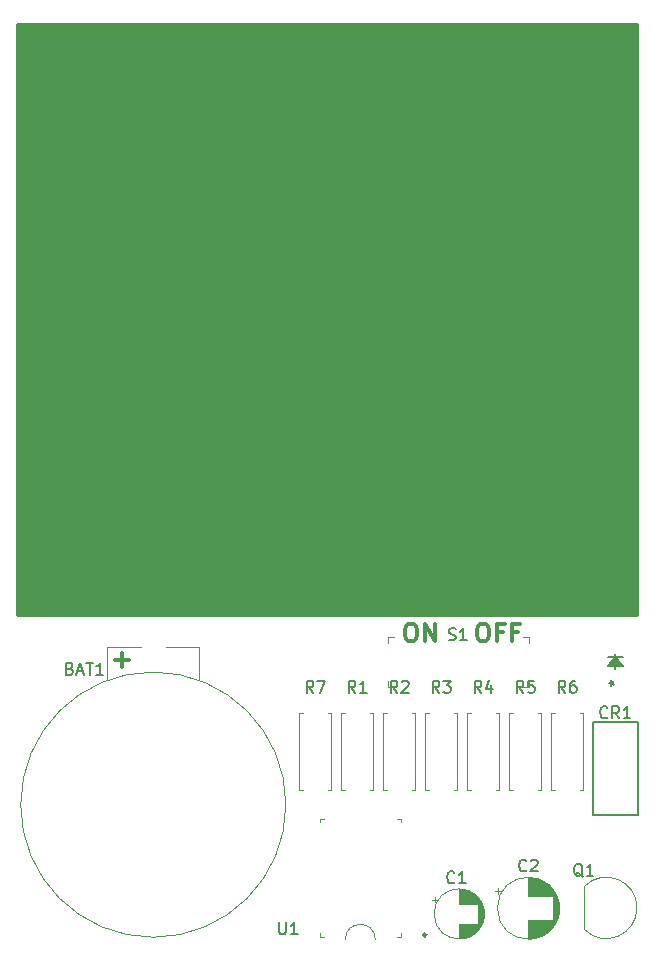
<source format=gbr>
%TF.GenerationSoftware,KiCad,Pcbnew,(5.1.8)-1*%
%TF.CreationDate,2020-11-13T01:10:14+01:00*%
%TF.ProjectId,Emoji_Badge_StuCo,456d6f6a-695f-4426-9164-67655f537475,v01*%
%TF.SameCoordinates,Original*%
%TF.FileFunction,Legend,Top*%
%TF.FilePolarity,Positive*%
%FSLAX46Y46*%
G04 Gerber Fmt 4.6, Leading zero omitted, Abs format (unit mm)*
G04 Created by KiCad (PCBNEW (5.1.8)-1) date 2020-11-13 01:10:14*
%MOMM*%
%LPD*%
G01*
G04 APERTURE LIST*
%ADD10C,0.254000*%
%ADD11C,0.120000*%
%ADD12C,0.300000*%
%ADD13C,0.100000*%
%ADD14C,0.152400*%
%ADD15C,0.150000*%
G04 APERTURE END LIST*
D10*
X162306000Y-125984000D02*
G75*
G03*
X162306000Y-125984000I-127000J0D01*
G01*
D11*
X155448000Y-126365000D02*
G75*
G02*
X157988000Y-126365000I1270000J0D01*
G01*
D12*
X166973428Y-99635571D02*
X167259142Y-99635571D01*
X167402000Y-99707000D01*
X167544857Y-99849857D01*
X167616285Y-100135571D01*
X167616285Y-100635571D01*
X167544857Y-100921285D01*
X167402000Y-101064142D01*
X167259142Y-101135571D01*
X166973428Y-101135571D01*
X166830571Y-101064142D01*
X166687714Y-100921285D01*
X166616285Y-100635571D01*
X166616285Y-100135571D01*
X166687714Y-99849857D01*
X166830571Y-99707000D01*
X166973428Y-99635571D01*
X168759142Y-100349857D02*
X168259142Y-100349857D01*
X168259142Y-101135571D02*
X168259142Y-99635571D01*
X168973428Y-99635571D01*
X170044857Y-100349857D02*
X169544857Y-100349857D01*
X169544857Y-101135571D02*
X169544857Y-99635571D01*
X170259142Y-99635571D01*
X160869428Y-99635571D02*
X161155142Y-99635571D01*
X161298000Y-99707000D01*
X161440857Y-99849857D01*
X161512285Y-100135571D01*
X161512285Y-100635571D01*
X161440857Y-100921285D01*
X161298000Y-101064142D01*
X161155142Y-101135571D01*
X160869428Y-101135571D01*
X160726571Y-101064142D01*
X160583714Y-100921285D01*
X160512285Y-100635571D01*
X160512285Y-100135571D01*
X160583714Y-99849857D01*
X160726571Y-99707000D01*
X160869428Y-99635571D01*
X162155142Y-101135571D02*
X162155142Y-99635571D01*
X163012285Y-101135571D01*
X163012285Y-99635571D01*
X137096428Y-102723142D02*
X135953571Y-102723142D01*
X136525000Y-103294571D02*
X136525000Y-102151714D01*
D11*
%TO.C,D2*%
X148654000Y-72680000D02*
X148810000Y-72680000D01*
X146338000Y-72680000D02*
X146494000Y-72680000D01*
X148653837Y-70078870D02*
G75*
G02*
X148654000Y-72160961I-1079837J-1041130D01*
G01*
X146494163Y-70078870D02*
G75*
G03*
X146494000Y-72160961I1079837J-1041130D01*
G01*
X148652608Y-69447665D02*
G75*
G02*
X148809516Y-72680000I-1078608J-1672335D01*
G01*
X146495392Y-69447665D02*
G75*
G03*
X146338484Y-72680000I1078608J-1672335D01*
G01*
%TO.C,D1*%
X161354000Y-72680000D02*
X161510000Y-72680000D01*
X159038000Y-72680000D02*
X159194000Y-72680000D01*
X161353837Y-70078870D02*
G75*
G02*
X161354000Y-72160961I-1079837J-1041130D01*
G01*
X159194163Y-70078870D02*
G75*
G03*
X159194000Y-72160961I1079837J-1041130D01*
G01*
X161352608Y-69447665D02*
G75*
G02*
X161509516Y-72680000I-1078608J-1672335D01*
G01*
X159195392Y-69447665D02*
G75*
G03*
X159038484Y-72680000I1078608J-1672335D01*
G01*
D13*
%TO.C,BAT1*%
X150418800Y-114960400D02*
G75*
G03*
X150418800Y-114960400I-11226800J0D01*
G01*
X135280400Y-104394000D02*
X135280400Y-101650800D01*
X143103600Y-104394000D02*
X143103600Y-101650800D01*
X135280400Y-101650800D02*
X138125200Y-101650800D01*
X143103600Y-101650800D02*
X140258800Y-101650800D01*
D11*
%TO.C,C1*%
X163018199Y-122811000D02*
X163018199Y-123211000D01*
X162818199Y-123011000D02*
X163218199Y-123011000D01*
X167169000Y-123836000D02*
X167169000Y-124576000D01*
X167129000Y-123669000D02*
X167129000Y-124743000D01*
X167089000Y-123542000D02*
X167089000Y-124870000D01*
X167049000Y-123438000D02*
X167049000Y-124974000D01*
X167009000Y-123347000D02*
X167009000Y-125065000D01*
X166969000Y-123266000D02*
X166969000Y-125146000D01*
X166929000Y-123193000D02*
X166929000Y-125219000D01*
X166889000Y-123126000D02*
X166889000Y-125286000D01*
X166849000Y-123064000D02*
X166849000Y-125348000D01*
X166809000Y-123006000D02*
X166809000Y-125406000D01*
X166769000Y-122952000D02*
X166769000Y-125460000D01*
X166729000Y-122902000D02*
X166729000Y-125510000D01*
X166689000Y-122855000D02*
X166689000Y-125557000D01*
X166649000Y-125046000D02*
X166649000Y-125602000D01*
X166649000Y-122810000D02*
X166649000Y-123366000D01*
X166609000Y-125046000D02*
X166609000Y-125644000D01*
X166609000Y-122768000D02*
X166609000Y-123366000D01*
X166569000Y-125046000D02*
X166569000Y-125684000D01*
X166569000Y-122728000D02*
X166569000Y-123366000D01*
X166529000Y-125046000D02*
X166529000Y-125722000D01*
X166529000Y-122690000D02*
X166529000Y-123366000D01*
X166489000Y-125046000D02*
X166489000Y-125758000D01*
X166489000Y-122654000D02*
X166489000Y-123366000D01*
X166449000Y-125046000D02*
X166449000Y-125793000D01*
X166449000Y-122619000D02*
X166449000Y-123366000D01*
X166409000Y-125046000D02*
X166409000Y-125825000D01*
X166409000Y-122587000D02*
X166409000Y-123366000D01*
X166369000Y-125046000D02*
X166369000Y-125856000D01*
X166369000Y-122556000D02*
X166369000Y-123366000D01*
X166329000Y-125046000D02*
X166329000Y-125886000D01*
X166329000Y-122526000D02*
X166329000Y-123366000D01*
X166289000Y-125046000D02*
X166289000Y-125914000D01*
X166289000Y-122498000D02*
X166289000Y-123366000D01*
X166249000Y-125046000D02*
X166249000Y-125941000D01*
X166249000Y-122471000D02*
X166249000Y-123366000D01*
X166209000Y-125046000D02*
X166209000Y-125966000D01*
X166209000Y-122446000D02*
X166209000Y-123366000D01*
X166169000Y-125046000D02*
X166169000Y-125991000D01*
X166169000Y-122421000D02*
X166169000Y-123366000D01*
X166129000Y-125046000D02*
X166129000Y-126014000D01*
X166129000Y-122398000D02*
X166129000Y-123366000D01*
X166089000Y-125046000D02*
X166089000Y-126036000D01*
X166089000Y-122376000D02*
X166089000Y-123366000D01*
X166049000Y-125046000D02*
X166049000Y-126057000D01*
X166049000Y-122355000D02*
X166049000Y-123366000D01*
X166009000Y-125046000D02*
X166009000Y-126076000D01*
X166009000Y-122336000D02*
X166009000Y-123366000D01*
X165969000Y-125046000D02*
X165969000Y-126095000D01*
X165969000Y-122317000D02*
X165969000Y-123366000D01*
X165929000Y-125046000D02*
X165929000Y-126113000D01*
X165929000Y-122299000D02*
X165929000Y-123366000D01*
X165889000Y-125046000D02*
X165889000Y-126130000D01*
X165889000Y-122282000D02*
X165889000Y-123366000D01*
X165849000Y-125046000D02*
X165849000Y-126146000D01*
X165849000Y-122266000D02*
X165849000Y-123366000D01*
X165809000Y-125046000D02*
X165809000Y-126160000D01*
X165809000Y-122252000D02*
X165809000Y-123366000D01*
X165768000Y-125046000D02*
X165768000Y-126174000D01*
X165768000Y-122238000D02*
X165768000Y-123366000D01*
X165728000Y-125046000D02*
X165728000Y-126188000D01*
X165728000Y-122224000D02*
X165728000Y-123366000D01*
X165688000Y-125046000D02*
X165688000Y-126200000D01*
X165688000Y-122212000D02*
X165688000Y-123366000D01*
X165648000Y-125046000D02*
X165648000Y-126211000D01*
X165648000Y-122201000D02*
X165648000Y-123366000D01*
X165608000Y-125046000D02*
X165608000Y-126222000D01*
X165608000Y-122190000D02*
X165608000Y-123366000D01*
X165568000Y-125046000D02*
X165568000Y-126231000D01*
X165568000Y-122181000D02*
X165568000Y-123366000D01*
X165528000Y-125046000D02*
X165528000Y-126240000D01*
X165528000Y-122172000D02*
X165528000Y-123366000D01*
X165488000Y-125046000D02*
X165488000Y-126248000D01*
X165488000Y-122164000D02*
X165488000Y-123366000D01*
X165448000Y-125046000D02*
X165448000Y-126256000D01*
X165448000Y-122156000D02*
X165448000Y-123366000D01*
X165408000Y-125046000D02*
X165408000Y-126262000D01*
X165408000Y-122150000D02*
X165408000Y-123366000D01*
X165368000Y-125046000D02*
X165368000Y-126268000D01*
X165368000Y-122144000D02*
X165368000Y-123366000D01*
X165328000Y-125046000D02*
X165328000Y-126273000D01*
X165328000Y-122139000D02*
X165328000Y-123366000D01*
X165288000Y-125046000D02*
X165288000Y-126277000D01*
X165288000Y-122135000D02*
X165288000Y-123366000D01*
X165248000Y-125046000D02*
X165248000Y-126280000D01*
X165248000Y-122132000D02*
X165248000Y-123366000D01*
X165208000Y-125046000D02*
X165208000Y-126283000D01*
X165208000Y-122129000D02*
X165208000Y-123366000D01*
X165168000Y-122127000D02*
X165168000Y-123366000D01*
X165168000Y-125046000D02*
X165168000Y-126285000D01*
X165128000Y-122126000D02*
X165128000Y-123366000D01*
X165128000Y-125046000D02*
X165128000Y-126286000D01*
X165088000Y-122126000D02*
X165088000Y-123366000D01*
X165088000Y-125046000D02*
X165088000Y-126286000D01*
X167208000Y-124206000D02*
G75*
G03*
X167208000Y-124206000I-2120000J0D01*
G01*
%TO.C,C2*%
X173571400Y-123723400D02*
G75*
G03*
X173571400Y-123723400I-2620000J0D01*
G01*
X170951400Y-124763400D02*
X170951400Y-126303400D01*
X170951400Y-121143400D02*
X170951400Y-122683400D01*
X170991400Y-124763400D02*
X170991400Y-126303400D01*
X170991400Y-121143400D02*
X170991400Y-122683400D01*
X171031400Y-121144400D02*
X171031400Y-122683400D01*
X171031400Y-124763400D02*
X171031400Y-126302400D01*
X171071400Y-121145400D02*
X171071400Y-122683400D01*
X171071400Y-124763400D02*
X171071400Y-126301400D01*
X171111400Y-121147400D02*
X171111400Y-122683400D01*
X171111400Y-124763400D02*
X171111400Y-126299400D01*
X171151400Y-121150400D02*
X171151400Y-122683400D01*
X171151400Y-124763400D02*
X171151400Y-126296400D01*
X171191400Y-121154400D02*
X171191400Y-122683400D01*
X171191400Y-124763400D02*
X171191400Y-126292400D01*
X171231400Y-121158400D02*
X171231400Y-122683400D01*
X171231400Y-124763400D02*
X171231400Y-126288400D01*
X171271400Y-121162400D02*
X171271400Y-122683400D01*
X171271400Y-124763400D02*
X171271400Y-126284400D01*
X171311400Y-121167400D02*
X171311400Y-122683400D01*
X171311400Y-124763400D02*
X171311400Y-126279400D01*
X171351400Y-121173400D02*
X171351400Y-122683400D01*
X171351400Y-124763400D02*
X171351400Y-126273400D01*
X171391400Y-121180400D02*
X171391400Y-122683400D01*
X171391400Y-124763400D02*
X171391400Y-126266400D01*
X171431400Y-121187400D02*
X171431400Y-122683400D01*
X171431400Y-124763400D02*
X171431400Y-126259400D01*
X171471400Y-121195400D02*
X171471400Y-122683400D01*
X171471400Y-124763400D02*
X171471400Y-126251400D01*
X171511400Y-121203400D02*
X171511400Y-122683400D01*
X171511400Y-124763400D02*
X171511400Y-126243400D01*
X171551400Y-121212400D02*
X171551400Y-122683400D01*
X171551400Y-124763400D02*
X171551400Y-126234400D01*
X171591400Y-121222400D02*
X171591400Y-122683400D01*
X171591400Y-124763400D02*
X171591400Y-126224400D01*
X171631400Y-121232400D02*
X171631400Y-122683400D01*
X171631400Y-124763400D02*
X171631400Y-126214400D01*
X171672400Y-121243400D02*
X171672400Y-122683400D01*
X171672400Y-124763400D02*
X171672400Y-126203400D01*
X171712400Y-121255400D02*
X171712400Y-122683400D01*
X171712400Y-124763400D02*
X171712400Y-126191400D01*
X171752400Y-121268400D02*
X171752400Y-122683400D01*
X171752400Y-124763400D02*
X171752400Y-126178400D01*
X171792400Y-121281400D02*
X171792400Y-122683400D01*
X171792400Y-124763400D02*
X171792400Y-126165400D01*
X171832400Y-121295400D02*
X171832400Y-122683400D01*
X171832400Y-124763400D02*
X171832400Y-126151400D01*
X171872400Y-121309400D02*
X171872400Y-122683400D01*
X171872400Y-124763400D02*
X171872400Y-126137400D01*
X171912400Y-121325400D02*
X171912400Y-122683400D01*
X171912400Y-124763400D02*
X171912400Y-126121400D01*
X171952400Y-121341400D02*
X171952400Y-122683400D01*
X171952400Y-124763400D02*
X171952400Y-126105400D01*
X171992400Y-121358400D02*
X171992400Y-122683400D01*
X171992400Y-124763400D02*
X171992400Y-126088400D01*
X172032400Y-121375400D02*
X172032400Y-122683400D01*
X172032400Y-124763400D02*
X172032400Y-126071400D01*
X172072400Y-121394400D02*
X172072400Y-122683400D01*
X172072400Y-124763400D02*
X172072400Y-126052400D01*
X172112400Y-121413400D02*
X172112400Y-122683400D01*
X172112400Y-124763400D02*
X172112400Y-126033400D01*
X172152400Y-121433400D02*
X172152400Y-122683400D01*
X172152400Y-124763400D02*
X172152400Y-126013400D01*
X172192400Y-121455400D02*
X172192400Y-122683400D01*
X172192400Y-124763400D02*
X172192400Y-125991400D01*
X172232400Y-121476400D02*
X172232400Y-122683400D01*
X172232400Y-124763400D02*
X172232400Y-125970400D01*
X172272400Y-121499400D02*
X172272400Y-122683400D01*
X172272400Y-124763400D02*
X172272400Y-125947400D01*
X172312400Y-121523400D02*
X172312400Y-122683400D01*
X172312400Y-124763400D02*
X172312400Y-125923400D01*
X172352400Y-121548400D02*
X172352400Y-122683400D01*
X172352400Y-124763400D02*
X172352400Y-125898400D01*
X172392400Y-121574400D02*
X172392400Y-122683400D01*
X172392400Y-124763400D02*
X172392400Y-125872400D01*
X172432400Y-121601400D02*
X172432400Y-122683400D01*
X172432400Y-124763400D02*
X172432400Y-125845400D01*
X172472400Y-121628400D02*
X172472400Y-122683400D01*
X172472400Y-124763400D02*
X172472400Y-125818400D01*
X172512400Y-121658400D02*
X172512400Y-122683400D01*
X172512400Y-124763400D02*
X172512400Y-125788400D01*
X172552400Y-121688400D02*
X172552400Y-122683400D01*
X172552400Y-124763400D02*
X172552400Y-125758400D01*
X172592400Y-121719400D02*
X172592400Y-122683400D01*
X172592400Y-124763400D02*
X172592400Y-125727400D01*
X172632400Y-121752400D02*
X172632400Y-122683400D01*
X172632400Y-124763400D02*
X172632400Y-125694400D01*
X172672400Y-121786400D02*
X172672400Y-122683400D01*
X172672400Y-124763400D02*
X172672400Y-125660400D01*
X172712400Y-121822400D02*
X172712400Y-122683400D01*
X172712400Y-124763400D02*
X172712400Y-125624400D01*
X172752400Y-121859400D02*
X172752400Y-122683400D01*
X172752400Y-124763400D02*
X172752400Y-125587400D01*
X172792400Y-121897400D02*
X172792400Y-122683400D01*
X172792400Y-124763400D02*
X172792400Y-125549400D01*
X172832400Y-121938400D02*
X172832400Y-122683400D01*
X172832400Y-124763400D02*
X172832400Y-125508400D01*
X172872400Y-121980400D02*
X172872400Y-122683400D01*
X172872400Y-124763400D02*
X172872400Y-125466400D01*
X172912400Y-122024400D02*
X172912400Y-122683400D01*
X172912400Y-124763400D02*
X172912400Y-125422400D01*
X172952400Y-122070400D02*
X172952400Y-122683400D01*
X172952400Y-124763400D02*
X172952400Y-125376400D01*
X172992400Y-122118400D02*
X172992400Y-125328400D01*
X173032400Y-122169400D02*
X173032400Y-125277400D01*
X173072400Y-122223400D02*
X173072400Y-125223400D01*
X173112400Y-122280400D02*
X173112400Y-125166400D01*
X173152400Y-122340400D02*
X173152400Y-125106400D01*
X173192400Y-122404400D02*
X173192400Y-125042400D01*
X173232400Y-122472400D02*
X173232400Y-124974400D01*
X173272400Y-122545400D02*
X173272400Y-124901400D01*
X173312400Y-122625400D02*
X173312400Y-124821400D01*
X173352400Y-122712400D02*
X173352400Y-124734400D01*
X173392400Y-122808400D02*
X173392400Y-124638400D01*
X173432400Y-122918400D02*
X173432400Y-124528400D01*
X173472400Y-123046400D02*
X173472400Y-124400400D01*
X173512400Y-123205400D02*
X173512400Y-124241400D01*
X173552400Y-123439400D02*
X173552400Y-124007400D01*
X168146625Y-122248400D02*
X168646625Y-122248400D01*
X168396625Y-121998400D02*
X168396625Y-122498400D01*
D14*
%TO.C,CR1*%
X178308000Y-103454200D02*
X178308000Y-102184200D01*
X178943000Y-102438200D02*
X177673000Y-102438200D01*
X178308000Y-102438200D02*
X178943000Y-103200200D01*
X178308000Y-102438200D02*
X178816000Y-103200200D01*
X178308000Y-102438200D02*
X178689000Y-103200200D01*
X178308000Y-102438200D02*
X178562000Y-103200200D01*
X178308000Y-102438200D02*
X178435000Y-103200200D01*
X178308000Y-102438200D02*
X177673000Y-103200200D01*
X178308000Y-102438200D02*
X177800000Y-103200200D01*
X178308000Y-102438200D02*
X177927000Y-103200200D01*
X178308000Y-102438200D02*
X178054000Y-103200200D01*
X178308000Y-102438200D02*
X178181000Y-103200200D01*
X178943000Y-103200200D02*
X177673000Y-103200200D01*
X176403000Y-107975400D02*
X176403000Y-115849400D01*
X176403000Y-115849400D02*
X180213000Y-115849400D01*
X180213000Y-115849400D02*
X180213000Y-107975400D01*
X180213000Y-107975400D02*
X176403000Y-107975400D01*
D11*
%TO.C,Q1*%
X175696000Y-121898000D02*
X175696000Y-125498000D01*
X175707522Y-121859522D02*
G75*
G02*
X180146000Y-123698000I1838478J-1838478D01*
G01*
X175707522Y-125536478D02*
G75*
G03*
X180146000Y-123698000I1838478J1838478D01*
G01*
%TO.C,R1*%
X157504000Y-107220000D02*
X157834000Y-107220000D01*
X157834000Y-107220000D02*
X157834000Y-113760000D01*
X157834000Y-113760000D02*
X157504000Y-113760000D01*
X155424000Y-107220000D02*
X155094000Y-107220000D01*
X155094000Y-107220000D02*
X155094000Y-113760000D01*
X155094000Y-113760000D02*
X155424000Y-113760000D01*
%TO.C,R2*%
X158650000Y-113760000D02*
X158980000Y-113760000D01*
X158650000Y-107220000D02*
X158650000Y-113760000D01*
X158980000Y-107220000D02*
X158650000Y-107220000D01*
X161390000Y-113760000D02*
X161060000Y-113760000D01*
X161390000Y-107220000D02*
X161390000Y-113760000D01*
X161060000Y-107220000D02*
X161390000Y-107220000D01*
%TO.C,R3*%
X164616000Y-107220000D02*
X164946000Y-107220000D01*
X164946000Y-107220000D02*
X164946000Y-113760000D01*
X164946000Y-113760000D02*
X164616000Y-113760000D01*
X162536000Y-107220000D02*
X162206000Y-107220000D01*
X162206000Y-107220000D02*
X162206000Y-113760000D01*
X162206000Y-113760000D02*
X162536000Y-113760000D01*
%TO.C,R4*%
X168172000Y-107220000D02*
X168502000Y-107220000D01*
X168502000Y-107220000D02*
X168502000Y-113760000D01*
X168502000Y-113760000D02*
X168172000Y-113760000D01*
X166092000Y-107220000D02*
X165762000Y-107220000D01*
X165762000Y-107220000D02*
X165762000Y-113760000D01*
X165762000Y-113760000D02*
X166092000Y-113760000D01*
%TO.C,R5*%
X169318000Y-113760000D02*
X169648000Y-113760000D01*
X169318000Y-107220000D02*
X169318000Y-113760000D01*
X169648000Y-107220000D02*
X169318000Y-107220000D01*
X172058000Y-113760000D02*
X171728000Y-113760000D01*
X172058000Y-107220000D02*
X172058000Y-113760000D01*
X171728000Y-107220000D02*
X172058000Y-107220000D01*
%TO.C,R6*%
X175284000Y-107220000D02*
X175614000Y-107220000D01*
X175614000Y-107220000D02*
X175614000Y-113760000D01*
X175614000Y-113760000D02*
X175284000Y-113760000D01*
X173204000Y-107220000D02*
X172874000Y-107220000D01*
X172874000Y-107220000D02*
X172874000Y-113760000D01*
X172874000Y-113760000D02*
X173204000Y-113760000D01*
%TO.C,R7*%
X154278000Y-107220000D02*
X153948000Y-107220000D01*
X154278000Y-113760000D02*
X154278000Y-107220000D01*
X153948000Y-113760000D02*
X154278000Y-113760000D01*
X151538000Y-107220000D02*
X151868000Y-107220000D01*
X151538000Y-113760000D02*
X151538000Y-107220000D01*
X151868000Y-113760000D02*
X151538000Y-113760000D01*
D13*
%TO.C,S1*%
X159086000Y-100770000D02*
X159586000Y-100770000D01*
X159086000Y-100770000D02*
X159086000Y-101270000D01*
X170986000Y-100770000D02*
X170486000Y-100770000D01*
X170986000Y-100770000D02*
X170986000Y-101270000D01*
X170986000Y-104970000D02*
X170486000Y-104970000D01*
X170986000Y-104970000D02*
X170986000Y-104470000D01*
X159086000Y-104970000D02*
X159086000Y-104470000D01*
X159086000Y-104970000D02*
X159586000Y-104970000D01*
%TO.C,U1*%
X160128000Y-125868000D02*
X160128000Y-126168000D01*
X160128000Y-126168000D02*
X159828000Y-126168000D01*
X153328000Y-125868000D02*
X153328000Y-126168000D01*
X153328000Y-126168000D02*
X153628000Y-126168000D01*
X153328000Y-116468000D02*
X153328000Y-116168000D01*
X153328000Y-116168000D02*
X153628000Y-116168000D01*
X160128000Y-116468000D02*
X160128000Y-116168000D01*
X160128000Y-116168000D02*
X159828000Y-116168000D01*
%TO.C,D2*%
D15*
X145066380Y-71858095D02*
X144066380Y-71858095D01*
X144066380Y-71620000D01*
X144114000Y-71477142D01*
X144209238Y-71381904D01*
X144304476Y-71334285D01*
X144494952Y-71286666D01*
X144637809Y-71286666D01*
X144828285Y-71334285D01*
X144923523Y-71381904D01*
X145018761Y-71477142D01*
X145066380Y-71620000D01*
X145066380Y-71858095D01*
X144161619Y-70905714D02*
X144114000Y-70858095D01*
X144066380Y-70762857D01*
X144066380Y-70524761D01*
X144114000Y-70429523D01*
X144161619Y-70381904D01*
X144256857Y-70334285D01*
X144352095Y-70334285D01*
X144494952Y-70381904D01*
X145066380Y-70953333D01*
X145066380Y-70334285D01*
%TO.C,D1*%
X157766380Y-71858095D02*
X156766380Y-71858095D01*
X156766380Y-71620000D01*
X156814000Y-71477142D01*
X156909238Y-71381904D01*
X157004476Y-71334285D01*
X157194952Y-71286666D01*
X157337809Y-71286666D01*
X157528285Y-71334285D01*
X157623523Y-71381904D01*
X157718761Y-71477142D01*
X157766380Y-71620000D01*
X157766380Y-71858095D01*
X157766380Y-70334285D02*
X157766380Y-70905714D01*
X157766380Y-70620000D02*
X156766380Y-70620000D01*
X156909238Y-70715238D01*
X157004476Y-70810476D01*
X157052095Y-70905714D01*
%TO.C,BAT1*%
X132135714Y-103433571D02*
X132278571Y-103481190D01*
X132326190Y-103528809D01*
X132373809Y-103624047D01*
X132373809Y-103766904D01*
X132326190Y-103862142D01*
X132278571Y-103909761D01*
X132183333Y-103957380D01*
X131802380Y-103957380D01*
X131802380Y-102957380D01*
X132135714Y-102957380D01*
X132230952Y-103005000D01*
X132278571Y-103052619D01*
X132326190Y-103147857D01*
X132326190Y-103243095D01*
X132278571Y-103338333D01*
X132230952Y-103385952D01*
X132135714Y-103433571D01*
X131802380Y-103433571D01*
X132754761Y-103671666D02*
X133230952Y-103671666D01*
X132659523Y-103957380D02*
X132992857Y-102957380D01*
X133326190Y-103957380D01*
X133516666Y-102957380D02*
X134088095Y-102957380D01*
X133802380Y-103957380D02*
X133802380Y-102957380D01*
X134945238Y-103957380D02*
X134373809Y-103957380D01*
X134659523Y-103957380D02*
X134659523Y-102957380D01*
X134564285Y-103100238D01*
X134469047Y-103195476D01*
X134373809Y-103243095D01*
%TO.C,C1*%
X164679333Y-121515142D02*
X164631714Y-121562761D01*
X164488857Y-121610380D01*
X164393619Y-121610380D01*
X164250761Y-121562761D01*
X164155523Y-121467523D01*
X164107904Y-121372285D01*
X164060285Y-121181809D01*
X164060285Y-121038952D01*
X164107904Y-120848476D01*
X164155523Y-120753238D01*
X164250761Y-120658000D01*
X164393619Y-120610380D01*
X164488857Y-120610380D01*
X164631714Y-120658000D01*
X164679333Y-120705619D01*
X165631714Y-121610380D02*
X165060285Y-121610380D01*
X165346000Y-121610380D02*
X165346000Y-120610380D01*
X165250761Y-120753238D01*
X165155523Y-120848476D01*
X165060285Y-120896095D01*
%TO.C,C2*%
X170784733Y-120524542D02*
X170737114Y-120572161D01*
X170594257Y-120619780D01*
X170499019Y-120619780D01*
X170356161Y-120572161D01*
X170260923Y-120476923D01*
X170213304Y-120381685D01*
X170165685Y-120191209D01*
X170165685Y-120048352D01*
X170213304Y-119857876D01*
X170260923Y-119762638D01*
X170356161Y-119667400D01*
X170499019Y-119619780D01*
X170594257Y-119619780D01*
X170737114Y-119667400D01*
X170784733Y-119715019D01*
X171165685Y-119715019D02*
X171213304Y-119667400D01*
X171308542Y-119619780D01*
X171546638Y-119619780D01*
X171641876Y-119667400D01*
X171689495Y-119715019D01*
X171737114Y-119810257D01*
X171737114Y-119905495D01*
X171689495Y-120048352D01*
X171118066Y-120619780D01*
X171737114Y-120619780D01*
%TO.C,CR1*%
X177641333Y-107545142D02*
X177593714Y-107592761D01*
X177450857Y-107640380D01*
X177355619Y-107640380D01*
X177212761Y-107592761D01*
X177117523Y-107497523D01*
X177069904Y-107402285D01*
X177022285Y-107211809D01*
X177022285Y-107068952D01*
X177069904Y-106878476D01*
X177117523Y-106783238D01*
X177212761Y-106688000D01*
X177355619Y-106640380D01*
X177450857Y-106640380D01*
X177593714Y-106688000D01*
X177641333Y-106735619D01*
X178641333Y-107640380D02*
X178308000Y-107164190D01*
X178069904Y-107640380D02*
X178069904Y-106640380D01*
X178450857Y-106640380D01*
X178546095Y-106688000D01*
X178593714Y-106735619D01*
X178641333Y-106830857D01*
X178641333Y-106973714D01*
X178593714Y-107068952D01*
X178546095Y-107116571D01*
X178450857Y-107164190D01*
X178069904Y-107164190D01*
X179593714Y-107640380D02*
X179022285Y-107640380D01*
X179308000Y-107640380D02*
X179308000Y-106640380D01*
X179212761Y-106783238D01*
X179117523Y-106878476D01*
X179022285Y-106926095D01*
X177760380Y-104648000D02*
X177998476Y-104648000D01*
X177903238Y-104886095D02*
X177998476Y-104648000D01*
X177903238Y-104409904D01*
X178188952Y-104790857D02*
X177998476Y-104648000D01*
X178188952Y-104505142D01*
%TO.C,Q1*%
X175545761Y-121070619D02*
X175450523Y-121023000D01*
X175355285Y-120927761D01*
X175212428Y-120784904D01*
X175117190Y-120737285D01*
X175021952Y-120737285D01*
X175069571Y-120975380D02*
X174974333Y-120927761D01*
X174879095Y-120832523D01*
X174831476Y-120642047D01*
X174831476Y-120308714D01*
X174879095Y-120118238D01*
X174974333Y-120023000D01*
X175069571Y-119975380D01*
X175260047Y-119975380D01*
X175355285Y-120023000D01*
X175450523Y-120118238D01*
X175498142Y-120308714D01*
X175498142Y-120642047D01*
X175450523Y-120832523D01*
X175355285Y-120927761D01*
X175260047Y-120975380D01*
X175069571Y-120975380D01*
X176450523Y-120975380D02*
X175879095Y-120975380D01*
X176164809Y-120975380D02*
X176164809Y-119975380D01*
X176069571Y-120118238D01*
X175974333Y-120213476D01*
X175879095Y-120261095D01*
%TO.C,R1*%
X156297333Y-105481380D02*
X155964000Y-105005190D01*
X155725904Y-105481380D02*
X155725904Y-104481380D01*
X156106857Y-104481380D01*
X156202095Y-104529000D01*
X156249714Y-104576619D01*
X156297333Y-104671857D01*
X156297333Y-104814714D01*
X156249714Y-104909952D01*
X156202095Y-104957571D01*
X156106857Y-105005190D01*
X155725904Y-105005190D01*
X157249714Y-105481380D02*
X156678285Y-105481380D01*
X156964000Y-105481380D02*
X156964000Y-104481380D01*
X156868761Y-104624238D01*
X156773523Y-104719476D01*
X156678285Y-104767095D01*
%TO.C,R2*%
X159853333Y-105481380D02*
X159520000Y-105005190D01*
X159281904Y-105481380D02*
X159281904Y-104481380D01*
X159662857Y-104481380D01*
X159758095Y-104529000D01*
X159805714Y-104576619D01*
X159853333Y-104671857D01*
X159853333Y-104814714D01*
X159805714Y-104909952D01*
X159758095Y-104957571D01*
X159662857Y-105005190D01*
X159281904Y-105005190D01*
X160234285Y-104576619D02*
X160281904Y-104529000D01*
X160377142Y-104481380D01*
X160615238Y-104481380D01*
X160710476Y-104529000D01*
X160758095Y-104576619D01*
X160805714Y-104671857D01*
X160805714Y-104767095D01*
X160758095Y-104909952D01*
X160186666Y-105481380D01*
X160805714Y-105481380D01*
%TO.C,R3*%
X163409333Y-105481380D02*
X163076000Y-105005190D01*
X162837904Y-105481380D02*
X162837904Y-104481380D01*
X163218857Y-104481380D01*
X163314095Y-104529000D01*
X163361714Y-104576619D01*
X163409333Y-104671857D01*
X163409333Y-104814714D01*
X163361714Y-104909952D01*
X163314095Y-104957571D01*
X163218857Y-105005190D01*
X162837904Y-105005190D01*
X163742666Y-104481380D02*
X164361714Y-104481380D01*
X164028380Y-104862333D01*
X164171238Y-104862333D01*
X164266476Y-104909952D01*
X164314095Y-104957571D01*
X164361714Y-105052809D01*
X164361714Y-105290904D01*
X164314095Y-105386142D01*
X164266476Y-105433761D01*
X164171238Y-105481380D01*
X163885523Y-105481380D01*
X163790285Y-105433761D01*
X163742666Y-105386142D01*
%TO.C,R4*%
X166965333Y-105481380D02*
X166632000Y-105005190D01*
X166393904Y-105481380D02*
X166393904Y-104481380D01*
X166774857Y-104481380D01*
X166870095Y-104529000D01*
X166917714Y-104576619D01*
X166965333Y-104671857D01*
X166965333Y-104814714D01*
X166917714Y-104909952D01*
X166870095Y-104957571D01*
X166774857Y-105005190D01*
X166393904Y-105005190D01*
X167822476Y-104814714D02*
X167822476Y-105481380D01*
X167584380Y-104433761D02*
X167346285Y-105148047D01*
X167965333Y-105148047D01*
%TO.C,R5*%
X170521333Y-105481380D02*
X170188000Y-105005190D01*
X169949904Y-105481380D02*
X169949904Y-104481380D01*
X170330857Y-104481380D01*
X170426095Y-104529000D01*
X170473714Y-104576619D01*
X170521333Y-104671857D01*
X170521333Y-104814714D01*
X170473714Y-104909952D01*
X170426095Y-104957571D01*
X170330857Y-105005190D01*
X169949904Y-105005190D01*
X171426095Y-104481380D02*
X170949904Y-104481380D01*
X170902285Y-104957571D01*
X170949904Y-104909952D01*
X171045142Y-104862333D01*
X171283238Y-104862333D01*
X171378476Y-104909952D01*
X171426095Y-104957571D01*
X171473714Y-105052809D01*
X171473714Y-105290904D01*
X171426095Y-105386142D01*
X171378476Y-105433761D01*
X171283238Y-105481380D01*
X171045142Y-105481380D01*
X170949904Y-105433761D01*
X170902285Y-105386142D01*
%TO.C,R6*%
X174077333Y-105481380D02*
X173744000Y-105005190D01*
X173505904Y-105481380D02*
X173505904Y-104481380D01*
X173886857Y-104481380D01*
X173982095Y-104529000D01*
X174029714Y-104576619D01*
X174077333Y-104671857D01*
X174077333Y-104814714D01*
X174029714Y-104909952D01*
X173982095Y-104957571D01*
X173886857Y-105005190D01*
X173505904Y-105005190D01*
X174934476Y-104481380D02*
X174744000Y-104481380D01*
X174648761Y-104529000D01*
X174601142Y-104576619D01*
X174505904Y-104719476D01*
X174458285Y-104909952D01*
X174458285Y-105290904D01*
X174505904Y-105386142D01*
X174553523Y-105433761D01*
X174648761Y-105481380D01*
X174839238Y-105481380D01*
X174934476Y-105433761D01*
X174982095Y-105386142D01*
X175029714Y-105290904D01*
X175029714Y-105052809D01*
X174982095Y-104957571D01*
X174934476Y-104909952D01*
X174839238Y-104862333D01*
X174648761Y-104862333D01*
X174553523Y-104909952D01*
X174505904Y-104957571D01*
X174458285Y-105052809D01*
%TO.C,R7*%
X152741333Y-105481380D02*
X152408000Y-105005190D01*
X152169904Y-105481380D02*
X152169904Y-104481380D01*
X152550857Y-104481380D01*
X152646095Y-104529000D01*
X152693714Y-104576619D01*
X152741333Y-104671857D01*
X152741333Y-104814714D01*
X152693714Y-104909952D01*
X152646095Y-104957571D01*
X152550857Y-105005190D01*
X152169904Y-105005190D01*
X153074666Y-104481380D02*
X153741333Y-104481380D01*
X153312761Y-105481380D01*
%TO.C,S1*%
X164211095Y-100988761D02*
X164353952Y-101036380D01*
X164592047Y-101036380D01*
X164687285Y-100988761D01*
X164734904Y-100941142D01*
X164782523Y-100845904D01*
X164782523Y-100750666D01*
X164734904Y-100655428D01*
X164687285Y-100607809D01*
X164592047Y-100560190D01*
X164401571Y-100512571D01*
X164306333Y-100464952D01*
X164258714Y-100417333D01*
X164211095Y-100322095D01*
X164211095Y-100226857D01*
X164258714Y-100131619D01*
X164306333Y-100084000D01*
X164401571Y-100036380D01*
X164639666Y-100036380D01*
X164782523Y-100084000D01*
X165734904Y-101036380D02*
X165163476Y-101036380D01*
X165449190Y-101036380D02*
X165449190Y-100036380D01*
X165353952Y-100179238D01*
X165258714Y-100274476D01*
X165163476Y-100322095D01*
%TO.C,U1*%
X149860095Y-124928380D02*
X149860095Y-125737904D01*
X149907714Y-125833142D01*
X149955333Y-125880761D01*
X150050571Y-125928380D01*
X150241047Y-125928380D01*
X150336285Y-125880761D01*
X150383904Y-125833142D01*
X150431523Y-125737904D01*
X150431523Y-124928380D01*
X151431523Y-125928380D02*
X150860095Y-125928380D01*
X151145809Y-125928380D02*
X151145809Y-124928380D01*
X151050571Y-125071238D01*
X150955333Y-125166476D01*
X150860095Y-125214095D01*
%TD*%
D10*
X180187600Y-98933000D02*
X127660400Y-98933000D01*
X127660400Y-48895000D01*
X180187600Y-48895000D01*
X180187600Y-98933000D01*
D13*
G36*
X180187600Y-98933000D02*
G01*
X127660400Y-98933000D01*
X127660400Y-48895000D01*
X180187600Y-48895000D01*
X180187600Y-98933000D01*
G37*
M02*

</source>
